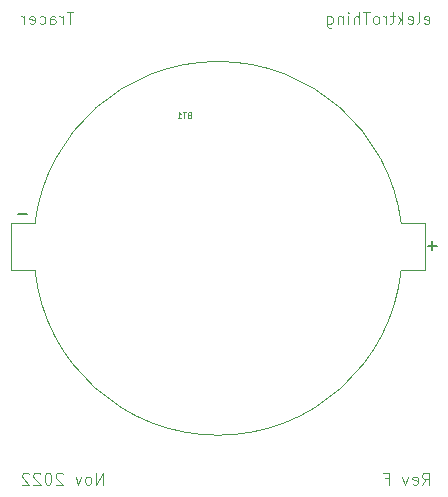
<source format=gbr>
%TF.GenerationSoftware,KiCad,Pcbnew,(6.0.0)*%
%TF.CreationDate,2022-11-27T20:06:59+00:00*%
%TF.ProjectId,Tracer,54726163-6572-42e6-9b69-6361645f7063,F*%
%TF.SameCoordinates,Original*%
%TF.FileFunction,Legend,Bot*%
%TF.FilePolarity,Positive*%
%FSLAX46Y46*%
G04 Gerber Fmt 4.6, Leading zero omitted, Abs format (unit mm)*
G04 Created by KiCad (PCBNEW (6.0.0)) date 2022-11-27 20:06:59*
%MOMM*%
%LPD*%
G01*
G04 APERTURE LIST*
%ADD10C,0.100000*%
%ADD11C,0.035000*%
%ADD12C,0.150000*%
%ADD13C,0.120000*%
G04 APERTURE END LIST*
D10*
X137112619Y-116452380D02*
X137112619Y-115452380D01*
X136541190Y-116452380D01*
X136541190Y-115452380D01*
X135922142Y-116452380D02*
X136017380Y-116404761D01*
X136065000Y-116357142D01*
X136112619Y-116261904D01*
X136112619Y-115976190D01*
X136065000Y-115880952D01*
X136017380Y-115833333D01*
X135922142Y-115785714D01*
X135779285Y-115785714D01*
X135684047Y-115833333D01*
X135636428Y-115880952D01*
X135588809Y-115976190D01*
X135588809Y-116261904D01*
X135636428Y-116357142D01*
X135684047Y-116404761D01*
X135779285Y-116452380D01*
X135922142Y-116452380D01*
X135255476Y-115785714D02*
X135017380Y-116452380D01*
X134779285Y-115785714D01*
X133684047Y-115547619D02*
X133636428Y-115500000D01*
X133541190Y-115452380D01*
X133303095Y-115452380D01*
X133207857Y-115500000D01*
X133160238Y-115547619D01*
X133112619Y-115642857D01*
X133112619Y-115738095D01*
X133160238Y-115880952D01*
X133731666Y-116452380D01*
X133112619Y-116452380D01*
X132493571Y-115452380D02*
X132398333Y-115452380D01*
X132303095Y-115500000D01*
X132255476Y-115547619D01*
X132207857Y-115642857D01*
X132160238Y-115833333D01*
X132160238Y-116071428D01*
X132207857Y-116261904D01*
X132255476Y-116357142D01*
X132303095Y-116404761D01*
X132398333Y-116452380D01*
X132493571Y-116452380D01*
X132588809Y-116404761D01*
X132636428Y-116357142D01*
X132684047Y-116261904D01*
X132731666Y-116071428D01*
X132731666Y-115833333D01*
X132684047Y-115642857D01*
X132636428Y-115547619D01*
X132588809Y-115500000D01*
X132493571Y-115452380D01*
X131779285Y-115547619D02*
X131731666Y-115500000D01*
X131636428Y-115452380D01*
X131398333Y-115452380D01*
X131303095Y-115500000D01*
X131255476Y-115547619D01*
X131207857Y-115642857D01*
X131207857Y-115738095D01*
X131255476Y-115880952D01*
X131826904Y-116452380D01*
X131207857Y-116452380D01*
X130826904Y-115547619D02*
X130779285Y-115500000D01*
X130684047Y-115452380D01*
X130445952Y-115452380D01*
X130350714Y-115500000D01*
X130303095Y-115547619D01*
X130255476Y-115642857D01*
X130255476Y-115738095D01*
X130303095Y-115880952D01*
X130874523Y-116452380D01*
X130255476Y-116452380D01*
X164125476Y-116452380D02*
X164458809Y-115976190D01*
X164696904Y-116452380D02*
X164696904Y-115452380D01*
X164315952Y-115452380D01*
X164220714Y-115500000D01*
X164173095Y-115547619D01*
X164125476Y-115642857D01*
X164125476Y-115785714D01*
X164173095Y-115880952D01*
X164220714Y-115928571D01*
X164315952Y-115976190D01*
X164696904Y-115976190D01*
X163315952Y-116404761D02*
X163411190Y-116452380D01*
X163601666Y-116452380D01*
X163696904Y-116404761D01*
X163744523Y-116309523D01*
X163744523Y-115928571D01*
X163696904Y-115833333D01*
X163601666Y-115785714D01*
X163411190Y-115785714D01*
X163315952Y-115833333D01*
X163268333Y-115928571D01*
X163268333Y-116023809D01*
X163744523Y-116119047D01*
X162935000Y-115785714D02*
X162696904Y-116452380D01*
X162458809Y-115785714D01*
X160982619Y-115928571D02*
X161315952Y-115928571D01*
X161315952Y-116452380D02*
X161315952Y-115452380D01*
X160839761Y-115452380D01*
X134588809Y-76452380D02*
X134017380Y-76452380D01*
X134303095Y-77452380D02*
X134303095Y-76452380D01*
X133684047Y-77452380D02*
X133684047Y-76785714D01*
X133684047Y-76976190D02*
X133636428Y-76880952D01*
X133588809Y-76833333D01*
X133493571Y-76785714D01*
X133398333Y-76785714D01*
X132636428Y-77452380D02*
X132636428Y-76928571D01*
X132684047Y-76833333D01*
X132779285Y-76785714D01*
X132969761Y-76785714D01*
X133065000Y-76833333D01*
X132636428Y-77404761D02*
X132731666Y-77452380D01*
X132969761Y-77452380D01*
X133065000Y-77404761D01*
X133112619Y-77309523D01*
X133112619Y-77214285D01*
X133065000Y-77119047D01*
X132969761Y-77071428D01*
X132731666Y-77071428D01*
X132636428Y-77023809D01*
X131731666Y-77404761D02*
X131826904Y-77452380D01*
X132017380Y-77452380D01*
X132112619Y-77404761D01*
X132160238Y-77357142D01*
X132207857Y-77261904D01*
X132207857Y-76976190D01*
X132160238Y-76880952D01*
X132112619Y-76833333D01*
X132017380Y-76785714D01*
X131826904Y-76785714D01*
X131731666Y-76833333D01*
X130922142Y-77404761D02*
X131017380Y-77452380D01*
X131207857Y-77452380D01*
X131303095Y-77404761D01*
X131350714Y-77309523D01*
X131350714Y-76928571D01*
X131303095Y-76833333D01*
X131207857Y-76785714D01*
X131017380Y-76785714D01*
X130922142Y-76833333D01*
X130874523Y-76928571D01*
X130874523Y-77023809D01*
X131350714Y-77119047D01*
X130445952Y-77452380D02*
X130445952Y-76785714D01*
X130445952Y-76976190D02*
X130398333Y-76880952D01*
X130350714Y-76833333D01*
X130255476Y-76785714D01*
X130160238Y-76785714D01*
X164315952Y-77404761D02*
X164411190Y-77452380D01*
X164601666Y-77452380D01*
X164696904Y-77404761D01*
X164744523Y-77309523D01*
X164744523Y-76928571D01*
X164696904Y-76833333D01*
X164601666Y-76785714D01*
X164411190Y-76785714D01*
X164315952Y-76833333D01*
X164268333Y-76928571D01*
X164268333Y-77023809D01*
X164744523Y-77119047D01*
X163696904Y-77452380D02*
X163792142Y-77404761D01*
X163839761Y-77309523D01*
X163839761Y-76452380D01*
X162935000Y-77404761D02*
X163030238Y-77452380D01*
X163220714Y-77452380D01*
X163315952Y-77404761D01*
X163363571Y-77309523D01*
X163363571Y-76928571D01*
X163315952Y-76833333D01*
X163220714Y-76785714D01*
X163030238Y-76785714D01*
X162935000Y-76833333D01*
X162887380Y-76928571D01*
X162887380Y-77023809D01*
X163363571Y-77119047D01*
X162458809Y-77452380D02*
X162458809Y-76452380D01*
X162363571Y-77071428D02*
X162077857Y-77452380D01*
X162077857Y-76785714D02*
X162458809Y-77166666D01*
X161792142Y-76785714D02*
X161411190Y-76785714D01*
X161649285Y-76452380D02*
X161649285Y-77309523D01*
X161601666Y-77404761D01*
X161506428Y-77452380D01*
X161411190Y-77452380D01*
X161077857Y-77452380D02*
X161077857Y-76785714D01*
X161077857Y-76976190D02*
X161030238Y-76880952D01*
X160982619Y-76833333D01*
X160887380Y-76785714D01*
X160792142Y-76785714D01*
X160315952Y-77452380D02*
X160411190Y-77404761D01*
X160458809Y-77357142D01*
X160506428Y-77261904D01*
X160506428Y-76976190D01*
X160458809Y-76880952D01*
X160411190Y-76833333D01*
X160315952Y-76785714D01*
X160173095Y-76785714D01*
X160077857Y-76833333D01*
X160030238Y-76880952D01*
X159982619Y-76976190D01*
X159982619Y-77261904D01*
X160030238Y-77357142D01*
X160077857Y-77404761D01*
X160173095Y-77452380D01*
X160315952Y-77452380D01*
X159696904Y-76452380D02*
X159125476Y-76452380D01*
X159411190Y-77452380D02*
X159411190Y-76452380D01*
X158792142Y-77452380D02*
X158792142Y-76452380D01*
X158363571Y-77452380D02*
X158363571Y-76928571D01*
X158411190Y-76833333D01*
X158506428Y-76785714D01*
X158649285Y-76785714D01*
X158744523Y-76833333D01*
X158792142Y-76880952D01*
X157887380Y-77452380D02*
X157887380Y-76785714D01*
X157887380Y-76452380D02*
X157935000Y-76500000D01*
X157887380Y-76547619D01*
X157839761Y-76500000D01*
X157887380Y-76452380D01*
X157887380Y-76547619D01*
X157411190Y-76785714D02*
X157411190Y-77452380D01*
X157411190Y-76880952D02*
X157363571Y-76833333D01*
X157268333Y-76785714D01*
X157125476Y-76785714D01*
X157030238Y-76833333D01*
X156982619Y-76928571D01*
X156982619Y-77452380D01*
X156077857Y-76785714D02*
X156077857Y-77595238D01*
X156125476Y-77690476D01*
X156173095Y-77738095D01*
X156268333Y-77785714D01*
X156411190Y-77785714D01*
X156506428Y-77738095D01*
X156077857Y-77404761D02*
X156173095Y-77452380D01*
X156363571Y-77452380D01*
X156458809Y-77404761D01*
X156506428Y-77357142D01*
X156554047Y-77261904D01*
X156554047Y-76976190D01*
X156506428Y-76880952D01*
X156458809Y-76833333D01*
X156363571Y-76785714D01*
X156173095Y-76785714D01*
X156077857Y-76833333D01*
D11*
%TO.C,BT1*%
X144392857Y-85164285D02*
X144321428Y-85188095D01*
X144297619Y-85211904D01*
X144273809Y-85259523D01*
X144273809Y-85330952D01*
X144297619Y-85378571D01*
X144321428Y-85402380D01*
X144369047Y-85426190D01*
X144559523Y-85426190D01*
X144559523Y-84926190D01*
X144392857Y-84926190D01*
X144345238Y-84950000D01*
X144321428Y-84973809D01*
X144297619Y-85021428D01*
X144297619Y-85069047D01*
X144321428Y-85116666D01*
X144345238Y-85140476D01*
X144392857Y-85164285D01*
X144559523Y-85164285D01*
X144130952Y-84926190D02*
X143845238Y-84926190D01*
X143988095Y-85426190D02*
X143988095Y-84926190D01*
X143416666Y-85426190D02*
X143702380Y-85426190D01*
X143559523Y-85426190D02*
X143559523Y-84926190D01*
X143607142Y-84997619D01*
X143654761Y-85045238D01*
X143702380Y-85069047D01*
D12*
X130680952Y-93571428D02*
X129919047Y-93571428D01*
X164619047Y-96228571D02*
X165380952Y-96228571D01*
X165000000Y-95847619D02*
X165000000Y-96609523D01*
D13*
X164350000Y-94300000D02*
X162350000Y-94300000D01*
X129350000Y-98300000D02*
X131350000Y-98300000D01*
X162350000Y-98300000D02*
X164350000Y-98300000D01*
X164350000Y-98300000D02*
X164350000Y-94300000D01*
X131350000Y-94300000D02*
X129350000Y-94300000D01*
X129350000Y-94300000D02*
X129350000Y-98300000D01*
X131350000Y-98300000D02*
G75*
G03*
X162350000Y-98300000I15500000J1612777D01*
G01*
X162350000Y-94300000D02*
G75*
G03*
X131350000Y-94300000I-15500000J-1953927D01*
G01*
%TD*%
M02*

</source>
